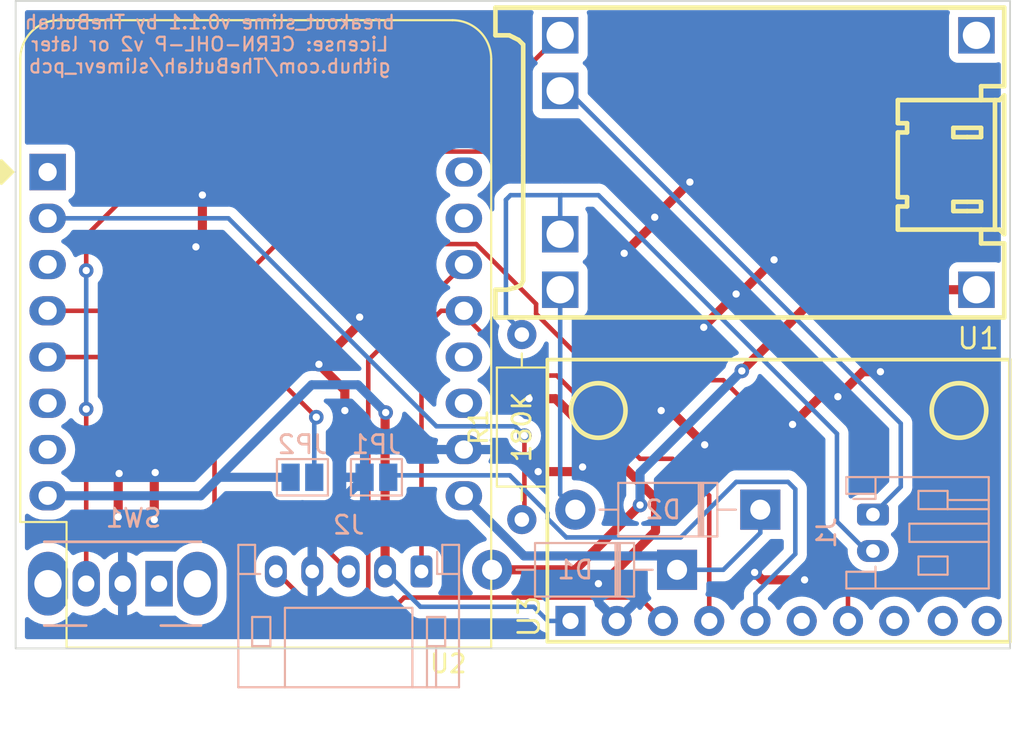
<source format=kicad_pcb>
(kicad_pcb (version 20211014) (generator pcbnew)
  (title_block (title "breakout_slime") (date "2022-03-10") (rev "0.1.1") (company "https://github.com/TheButlah/slimevr_pcb") (comment 1 "Licensed under CERN-OHL-P v2 or later") (comment 2 "For use with SlimeVR and made with <3"))
  (layers (0 "F.Cu" signal) (31 "B.Cu" signal) (34 "B.Paste" user) (35 "F.Paste" user) (36 "B.SilkS" user "B.Silkscreen") (37 "F.SilkS" user "F.Silkscreen") (38 "B.Mask" user) (39 "F.Mask" user) (44 "Edge.Cuts" user))
  (net 0 "")
  (net 1 "/B+")
  (net 2 "/5V")
  (net 3 "Net-(D1-Pad2)")
  (net 4 "Net-(D2-Pad2)")
  (net 5 "/SDA")
  (net 6 "+3V3")
  (net 7 "/INT2")
  (net 8 "GND")
  (net 9 "/SCL")
  (net 10 "Net-(JP1-Pad1)")
  (net 11 "/INT1")
  (net 12 "Net-(R1-Pad1)")
  (net 13 "Net-(SW1-Pad3)")
  (net 24 "Net-(J1-Pad1)")
  (footprint "Resistor_THT:R_Axial_DIN0207_L6.3mm_D2.5mm_P10.16mm_Horizontal" (layer "F.Cu") (at 76.673645 57.293808 90)
    (fp_text reference "R1" (at 5.08 -2.37 90) (layer "F.SilkS"))
    (fp_text value "180K" (at 5.08 0 90) (layer "F.SilkS"))
    (fp_line (start 1.04 0) (end 1.81 0) (layer "F.SilkS") (width 0.12))
    (fp_line (start 8.35 -1.37) (end 1.81 -1.37) (layer "F.SilkS") (width 0.12))
    (fp_line (start 1.81 -1.37) (end 1.81 1.37) (layer "F.SilkS") (width 0.12))
    (fp_line (start 1.81 1.37) (end 8.35 1.37) (layer "F.SilkS") (width 0.12))
    (fp_line (start 9.12 0) (end 8.35 0) (layer "F.SilkS") (width 0.12))
    (fp_line (start 8.35 1.37) (end 8.35 -1.37) (layer "F.SilkS") (width 0.12))
    (pad "1" thru_hole circle (at 0 0 90) (size 1.6 1.6) (drill 0.8) (layers *.Cu *.Mask) (net 12 "Net-(R1-Pad1)"))
    (pad "2" thru_hole oval (at 10.16 0 90) (size 1.6 1.6) (drill 0.8) (layers *.Cu *.Mask) (net 1 "/B+"))
  )
  (footprint "slimevr_pcb:BNO_MPU_ICM_Breakout" (layer "F.Cu") (at 90.78652 56.24252 90)
    (fp_text reference "U3" (at -7.62 -13.716 90) (layer "F.SilkS") (effects (font (size 1.143 1.143) (thickness 0.152)) (justify left)))
    (fp_text value "BNO/MPU_Break")
    (fp_line (start 7.73254 -12.710472) (end 7.73254 12.689528) (layer "F.SilkS") (width 0.203))
    (fp_line (start -7.76146 -12.710472) (end -5.22146 -12.710472) (layer "F.SilkS") (width 0.203))
    (fp_line (start -5.22146 -12.710472) (end 7.73254 -12.710472) (layer "F.SilkS") (width 0.203))
    (fp_line (start 7.73254 12.689528) (end -7.76146 12.689528) (layer "F.SilkS") (width 0.203))
    (fp_line (start -7.76146 12.689528) (end -7.76146 -12.710472) (layer "F.SilkS") (width 0.203))
    (fp_circle (center 4.93854 9.895528) (end 6.43854 9.895528) (layer "F.SilkS") (width 0.254) (fill none))
    (fp_circle (center 4.93854 -9.916472) (end 6.43854 -9.916472) (layer "F.SilkS") (width 0.254) (fill none))
    (pad "" thru_hole circle (at -6.61846 11.419528) (size 1.651 1.651) (drill 0.889) (layers *.Cu *.Paste *.Mask))
    (pad "" thru_hole circle (at -6.61846 9.006528) (size 1.651 1.651) (drill 0.889) (layers *.Cu *.Paste *.Mask))
    (pad "1" thru_hole rect (at -6.61846 -11.440472 90) (size 1.651 1.651) (drill 0.889) (layers *.Cu *.Paste *.Mask) (net 6 "+3V3"))
    (pad "2" thru_hole circle (at -6.61846 -8.900472) (size 1.651 1.651) (drill 0.889) (layers *.Cu *.Paste *.Mask) (net 8 "GND"))
    (pad "3" thru_hole circle (at -6.61846 -6.360472) (size 1.651 1.651) (drill 0.889) (layers *.Cu *.Paste *.Mask) (net 9 "/SCL"))
    (pad "4" thru_hole circle (at -6.61846 -3.820472) (size 1.651 1.651) (drill 0.889) (layers *.Cu *.Paste *.Mask) (net 5 "/SDA"))
    (pad "5" thru_hole circle (at -6.61846 -1.280472) (size 1.651 1.651) (drill 0.889) (layers *.Cu *.Paste *.Mask) (net 10 "Net-(JP1-Pad1)"))
    (pad "6" thru_hole circle (at -6.61846 1.259528) (size 1.651 1.651) (drill 0.889) (layers *.Cu *.Paste *.Mask))
    (pad "7" thru_hole circle (at -6.61846 3.799528) (size 1.651 1.651) (drill 0.889) (layers *.Cu *.Paste *.Mask) (net 11 "/INT1"))
    (pad "8" thru_hole circle (at -6.61846 6.339528) (size 1.651 1.651) (drill 0.889) (layers *.Cu *.Paste *.Mask))
  )
  (footprint "Module:WEMOS_D1_mini_light" (layer "F.Cu") (at 50.63152 38.20852)
    (fp_text reference "U2" (at 22 27) (layer "F.SilkS"))
    (fp_text value "WeMos_D1_mini")
    (fp_line (start 1.04 19.22) (end 1.04 26.12) (layer "F.SilkS") (width 0.12))
    (fp_line (start 1.04 26.12) (end 24.36 26.12) (layer "F.SilkS") (width 0.12))
    (fp_line (start 22.24 -8.34) (end 0.63 -8.34) (layer "F.SilkS") (width 0.12))
    (fp_line (start -1.5 19.22) (end 1.04 19.22) (layer "F.SilkS") (width 0.12))
    (fp_line (start -1.5 19.22) (end -1.5 -6.21) (layer "F.SilkS") (width 0.12))
    (fp_line (start 24.36 26.12) (end 24.36 -6.21) (layer "F.SilkS") (width 0.12))
    (fp_arc (start -1.5 -6.21) (mid -0.876137 -7.716137) (end 0.63 -8.34) (layer "F.SilkS") (width 0.12))
    (fp_arc (start 22.23 -8.34) (mid 23.736137 -7.716137) (end 24.36 -6.21) (layer "F.SilkS") (width 0.12))
    (fp_poly (pts (xy -2.54 -0.635) (xy -2.54 0.635) (xy -1.905 0)) (layer "F.SilkS") (width 0.15) (fill solid))
    (pad "1" thru_hole rect (at 0 0) (size 2 2) (drill 1) (layers *.Cu *.Mask))
    (pad "2" thru_hole oval (at 0 2.54) (size 2 1.6) (drill 1) (layers *.Cu *.Mask) (net 12 "Net-(R1-Pad1)"))
    (pad "3" thru_hole oval (at 0 5.08) (size 2 1.6) (drill 1) (layers *.Cu *.Mask))
    (pad "4" thru_hole oval (at 0 7.62) (size 2 1.6) (drill 1) (layers *.Cu *.Mask) (net 11 "/INT1"))
    (pad "5" thru_hole oval (at 0 10.16) (size 2 1.6) (drill 1) (layers *.Cu *.Mask) (net 7 "/INT2"))
    (pad "6" thru_hole oval (at 0 12.7) (size 2 1.6) (drill 1) (layers *.Cu *.Mask))
    (pad "7" thru_hole oval (at 0 15.24) (size 2 1.6) (drill 1) (layers *.Cu *.Mask))
    (pad "8" thru_hole oval (at 0 17.78) (size 2 1.6) (drill 1) (layers *.Cu *.Mask) (net 6 "+3V3"))
    (pad "9" thru_hole oval (at 22.86 17.78) (size 2 1.6) (drill 1) (layers *.Cu *.Mask) (net 2 "/5V"))
    (pad "10" thru_hole oval (at 22.86 15.24) (size 2 1.6) (drill 1) (layers *.Cu *.Mask) (net 8 "GND"))
    (pad "11" thru_hole oval (at 22.86 12.7) (size 2 1.6) (drill 1) (layers *.Cu *.Mask))
    (pad "12" thru_hole oval (at 22.86 10.16) (size 2 1.6) (drill 1) (layers *.Cu *.Mask))
    (pad "13" thru_hole oval (at 22.86 7.62) (size 2 1.6) (drill 1) (layers *.Cu *.Mask) (net 5 "/SDA"))
    (pad "14" thru_hole oval (at 22.86 5.08) (size 2 1.6) (drill 1) (layers *.Cu *.Mask) (net 9 "/SCL"))
    (pad "15" thru_hole oval (at 22.86 2.54) (size 2 1.6) (drill 1) (layers *.Cu *.Mask))
    (pad "16" thru_hole oval (at 22.86 0) (size 2 1.6) (drill 1) (layers *.Cu *.Mask))
  )
  (footprint "slimevr_pcb:TP4056_Breakout" (layer "F.Cu") (at 89.26252 37.70052 180)
    (fp_text reference "U1" (at -13.716 -9.652) (layer "F.SilkS") (effects (font (size 1.143 1.143) (thickness 0.152)) (justify right)))
    (fp_text value "TP4056_Breakout")
    (fp_line (start -12.632506 -4.43007) (end -12.632506 -3.66807) (layer "F.SilkS") (width 0.254))
    (fp_line (start -12.632506 1.41193) (end -12.632506 1.91993) (layer "F.SilkS") (width 0.254))
    (fp_line (start -13.648506 -3.66807) (end -8.060506 -3.66807) (layer "F.SilkS") (width 0.254))
    (fp_line (start -11.870506 1.41193) (end -12.632506 1.41193) (layer "F.SilkS") (width 0.254))
    (fp_line (start -8.568506 1.66593) (end -8.568506 2.17393) (layer "F.SilkS") (width 0.254))
    (fp_line (start -11.870506 -2.65207) (end -11.108506 -2.65207) (layer "F.SilkS") (width 0.254))
    (fp_line (start -12.632506 1.91993) (end -11.108506 1.91993) (layer "F.SilkS") (width 0.254))
    (fp_line (start -11.108506 -2.14407) (end -11.870506 -2.14407) (layer "F.SilkS") (width 0.254))
    (fp_line (start 12.513494 6.49193) (end 12.513494 0.39593) (layer "F.SilkS") (width 0.254))
    (fp_line (start -11.870506 -2.14407) (end -12.632506 -2.14407) (layer "F.SilkS") (width 0.254))
    (fp_line (start 12.767494 6.74593) (end 12.513494 6.49193) (layer "F.SilkS") (width 0.254))
    (fp_line (start 13.402494 -6.97007) (end 14.037494 -6.97007) (layer "F.SilkS") (width 0.254))
    (fp_line (start -13.902506 -4.43007) (end -12.632506 -4.43007) (layer "F.SilkS") (width 0.254))
    (fp_line (start 14.037494 -8.49407) (end -13.902506 -8.49407) (layer "F.SilkS") (width 0.254))
    (fp_line (start -8.060506 -3.66807) (end -8.060506 -2.39807) (layer "F.SilkS") (width 0.254))
    (fp_line (start -8.060506 3.44393) (end -13.648506 3.44393) (layer "F.SilkS") (width 0.254))
    (fp_line (start -13.902506 -8.49407) (end -13.902506 -4.43007) (layer "F.SilkS") (width 0.254))
    (fp_line (start -11.108506 1.41193) (end -11.870506 1.41193) (layer "F.SilkS") (width 0.254))
    (fp_line (start -12.632506 3.44393) (end -12.632506 4.20593) (layer "F.SilkS") (width 0.254))
    (fp_line (start -8.568506 -1.89007) (end -8.060506 -1.89007) (layer "F.SilkS") (width 0.254))
    (fp_line (start -8.568506 -2.39807) (end -8.568506 -1.89007) (layer "F.SilkS") (width 0.254))
    (fp_line (start -8.060506 2.17393) (end -8.060506 3.44393) (layer "F.SilkS") (width 0.254))
    (fp_line (start -13.648506 3.44393) (end -13.902506 3.69793) (layer "F.SilkS") (width 0.254))
    (fp_line (start 12.640494 -6.71607) (end 12.894494 -6.84307) (layer "F.SilkS") (width 0.254))
    (fp_line (start 12.513494 -6.46207) (end 12.640494 -6.71607) (layer "F.SilkS") (width 0.254))
    (fp_line (start -8.060506 -2.39807) (end -8.568506 -2.39807) (layer "F.SilkS") (width 0.254))
    (fp_line (start 14.037494 -6.97007) (end 14.037494 -8.49407) (layer "F.SilkS") (width 0.254))
    (fp_line (start -12.632506 4.20593) (end -13.902506 4.20593) (layer "F.SilkS") (width 0.254))
    (fp_line (start 12.513494 0.39593) (end 12.513494 -5.95407) (layer "F.SilkS") (width 0.254))
    (fp_line (start -12.632506 -2.65207) (end -11.870506 -2.65207) (layer "F.SilkS") (width 0.254))
    (fp_line (start 14.037494 8.52393) (end 14.037494 6.99993) (layer "F.SilkS") (width 0.254))
    (fp_line (start -13.902506 3.69793) (end -13.902506 -3.92207) (layer "F.SilkS") (width 0.254))
    (fp_line (start 14.037494 6.99993) (end 13.275494 6.99993) (layer "F.SilkS") (width 0.254))
    (fp_line (start -13.902506 4.20593) (end -13.902506 8.52393) (layer "F.SilkS") (width 0.254))
    (fp_line (start -12.632506 -2.14407) (end -12.632506 -2.65207) (layer "F.SilkS") (width 0.254))
    (fp_line (start 12.513494 -5.95407) (end 12.513494 -6.46207) (layer "F.SilkS") (width 0.254))
    (fp_line (start 13.021494 6.87293) (end 12.767494 6.74593) (layer "F.SilkS") (width 0.254))
    (fp_line (start -13.902506 -3.92207) (end -13.648506 -3.66807) (layer "F.SilkS") (width 0.254))
    (fp_line (start -8.060506 1.66593) (end -8.568506 1.66593) (layer "F.SilkS") (width 0.254))
    (fp_line (start -8.060506 -1.89007) (end -8.060506 1.66593) (layer "F.SilkS") (width 0.254))
    (fp_line (start 13.275494 6.99993) (end 13.021494 6.87293) (layer "F.SilkS") (width 0.254))
    (fp_line (start -11.108506 -2.65207) (end -11.108506 -2.14407) (layer "F.SilkS") (width 0.254))
    (fp_line (start -13.394506 -3.66807) (end -13.394506 3.44393) (layer "F.SilkS") (width 0.254))
    (fp_line (start -13.902506 8.52393) (end 14.037494 8.52393) (layer "F.SilkS") (width 0.254))
    (fp_line (start 12.894494 -6.84307) (end 13.402494 -6.97007) (layer "F.SilkS") (width 0.254))
    (fp_line (start -8.568506 2.17393) (end -8.060506 2.17393) (layer "F.SilkS") (width 0.254))
    (fp_line (start -11.108506 1.91993) (end -11.108506 1.41193) (layer "F.SilkS") (width 0.254))
    (pad "1" thru_hole rect (at -12.378506 -6.97007 180) (size 2 2) (drill 1.5) (layers *.Cu *.Paste *.Mask) (net 3 "Net-(D1-Pad2)"))
    (pad "2" thru_hole rect (at -12.378506 6.99993 180) (size 2 2) (drill 1.5) (layers *.Cu *.Paste *.Mask))
    (pad "3" thru_hole rect (at 10.481494 6.99993 180) (size 2 2) (drill 1.5) (layers *.Cu *.Paste *.Mask) (net 13 "Net-(SW1-Pad3)"))
    (pad "4" thru_hole rect (at 10.481494 3.95193 180) (size 2 2) (drill 1.5) (layers *.Cu *.Paste *.Mask) (net 24 "Net-(J1-Pad1)"))
    (pad "5" thru_hole rect (at 10.481494 -3.92207 180) (size 2 2) (drill 1.5) (layers *.Cu *.Paste *.Mask) (net 1 "/B+"))
    (pad "6" thru_hole rect (at 10.481494 -6.97007 180) (size 2 2) (drill 1.5) (layers *.Cu *.Paste *.Mask) (net 4 "Net-(D2-Pad2)"))
  )
  (footprint "Diode_THT:D_DO-41_SOD81_P10.16mm_Horizontal" (layer "B.Cu") (at 89.77052 56.75052 180)
    (fp_text reference "D2" (at 5.334 0) (layer "B.SilkS") (effects (justify mirror)))
    (fp_text value "1N5817")
    (fp_line (start 3.38 1.47) (end 3.38 -1.47) (layer "B.SilkS") (width 0.12))
    (fp_line (start 7.8 1.47) (end 2.36 1.47) (layer "B.SilkS") (width 0.12))
    (fp_line (start 3.26 1.47) (end 3.26 -1.47) (layer "B.SilkS") (width 0.12))
    (fp_line (start 1.34 0) (end 2.36 0) (layer "B.SilkS") (width 0.12))
    (fp_line (start 8.82 0) (end 7.8 0) (layer "B.SilkS") (width 0.12))
    (fp_line (start 7.8 -1.47) (end 7.8 1.47) (layer "B.SilkS") (width 0.12))
    (fp_line (start 3.14 1.47) (end 3.14 -1.47) (layer "B.SilkS") (width 0.12))
    (fp_line (start 2.36 1.47) (end 2.36 -1.47) (layer "B.SilkS") (width 0.12))
    (fp_line (start 2.36 -1.47) (end 7.8 -1.47) (layer "B.SilkS") (width 0.12))
    (pad "1" thru_hole rect (at 0 0 180) (size 2.2 2.2) (drill 1.1) (layers *.Cu *.Mask) (net 2 "/5V"))
    (pad "2" thru_hole oval (at 10.16 0 180) (size 2.2 2.2) (drill 1.1) (layers *.Cu *.Mask) (net 4 "Net-(D2-Pad2)"))
  )
  (footprint "Jumper:SolderJumper-2_P1.3mm_Open_Pad1.0x1.5mm" (layer "B.Cu") (at 64.62452 54.97252 180)
    (fp_text reference "JP2" (at 0 1.8) (layer "B.SilkS") (effects (justify mirror)))
    (fp_text value "AD0_MPU_JP")
    (fp_line (start 1.4 -1) (end -1.4 -1) (layer "B.SilkS") (width 0.12))
    (fp_line (start -1.4 1) (end 1.4 1) (layer "B.SilkS") (width 0.12))
    (fp_line (start -1.4 -1) (end -1.4 1) (layer "B.SilkS") (width 0.12))
    (fp_line (start 1.4 1) (end 1.4 -1) (layer "B.SilkS") (width 0.12))
    (pad "1" smd rect (at -0.65 0 180) (size 1 1.5) (layers "B.Cu" "B.Mask") (net 11 "/INT1"))
    (pad "2" smd rect (at 0.65 0 180) (size 1 1.5) (layers "B.Cu" "B.Mask") (net 6 "+3V3"))
  )
  (footprint "Jumper:SolderJumper-2_P1.3mm_Open_Pad1.0x1.5mm" (layer "B.Cu") (at 68.68852 54.97252 180)
    (fp_text reference "JP1" (at 0 1.8) (layer "B.SilkS") (effects (justify mirror)))
    (fp_text value "AD0_BNO_JP")
    (fp_line (start -1.4 1) (end 1.4 1) (layer "B.SilkS") (width 0.12))
    (fp_line (start 1.4 1) (end 1.4 -1) (layer "B.SilkS") (width 0.12))
    (fp_line (start 1.4 -1) (end -1.4 -1) (layer "B.SilkS") (width 0.12))
    (fp_line (start -1.4 -1) (end -1.4 1) (layer "B.SilkS") (width 0.12))
    (pad "1" smd rect (at -0.65 0 180) (size 1 1.5) (layers "B.Cu" "B.Mask") (net 10 "Net-(JP1-Pad1)"))
    (pad "2" smd rect (at 0.65 0 180) (size 1 1.5) (layers "B.Cu" "B.Mask") (net 8 "GND"))
  )
  (footprint "Connector_JST:JST_PH_S5B-PH-K_1x05_P2.00mm_Horizontal" (layer "B.Cu") (at 71.16452 60.14252 180)
    (fp_text reference "J2" (at 4 2.55) (layer "B.SilkS") (effects (justify mirror)))
    (fp_text value "IMU_Conn_Female")
    (fp_line (start -0.8 -4.1) (end -0.8 -6.36) (layer "B.SilkS") (width 0.12))
    (fp_line (start -1.14 -0.14) (end -1.14 1.46) (layer "B.SilkS") (width 0.12))
    (fp_line (start -0.3 -2.5) (end -1.3 -2.5) (layer "B.SilkS") (width 0.12))
    (fp_line (start 7.5 -2) (end 7.5 -6.36) (layer "B.SilkS") (width 0.12))
    (fp_line (start -2.06 -0.14) (end -1.14 -0.14) (layer "B.SilkS") (width 0.12))
    (fp_line (start -0.3 -4.1) (end -0.3 -6.36) (layer "B.SilkS") (width 0.12))
    (fp_line (start 10.06 -6.36) (end 10.06 1.46) (layer "B.SilkS") (width 0.12))
    (fp_line (start 10.06 -0.14) (end 9.14 -0.14) (layer "B.SilkS") (width 0.12))
    (fp_line (start 8.3 -4.1) (end 8.3 -2.5) (layer "B.SilkS") (width 0.12))
    (fp_line (start 0.5 -2) (end 7.5 -2) (layer "B.SilkS") (width 0.12))
    (fp_line (start 9.14 -0.14) (end 8.86 -0.14) (layer "B.SilkS") (width 0.12))
    (fp_line (start 8.3 -2.5) (end 9.3 -2.5) (layer "B.SilkS") (width 0.12))
    (fp_line (start 9.3 -4.1) (end 8.3 -4.1) (layer "B.SilkS") (width 0.12))
    (fp_line (start -1.3 -2.5) (end -1.3 -4.1) (layer "B.SilkS") (width 0.12))
    (fp_line (start 9.14 1.46) (end 9.14 -0.14) (layer "B.SilkS") (width 0.12))
    (fp_line (start -0.86 -0.14) (end -0.86 1.075) (layer "B.SilkS") (width 0.12))
    (fp_line (start -2.06 1.46) (end -2.06 -6.36) (layer "B.SilkS") (width 0.12))
    (fp_line (start -1.3 -4.1) (end -0.3 -4.1) (layer "B.SilkS") (width 0.12))
    (fp_line (start -2.06 -6.36) (end 10.06 -6.36) (layer "B.SilkS") (width 0.12))
    (fp_line (start -1.14 1.46) (end -2.06 1.46) (layer "B.SilkS") (width 0.12))
    (fp_line (start 0.5 -6.36) (end 0.5 -2) (layer "B.SilkS") (width 0.12))
    (fp_line (start 10.06 1.46) (end 9.14 1.46) (layer "B.SilkS") (width 0.12))
    (fp_line (start 9.3 -2.5) (end 9.3 -4.1) (layer "B.SilkS") (width 0.12))
    (fp_line (start -0.3 -4.1) (end -0.3 -2.5) (layer "B.SilkS") (width 0.12))
    (fp_line (start -0.86 -0.14) (end -1.14 -0.14) (layer "B.SilkS") (width 0.12))
    (pad "1" thru_hole roundrect (at 0 0 180) (size 1.2 1.75) (drill 0.75) (layers *.Cu *.Mask) (roundrect_rratio 0.208333) (net 5 "/SDA"))
    (pad "2" thru_hole oval (at 2 0 180) (size 1.2 1.75) (drill 0.75) (layers *.Cu *.Mask) (net 6 "+3V3"))
    (pad "3" thru_hole oval (at 4 0 180) (size 1.2 1.75) (drill 0.75) (layers *.Cu *.Mask) (net 7 "/INT2"))
    (pad "4" thru_hole oval (at 6 0 180) (size 1.2 1.75) (drill 0.75) (layers *.Cu *.Mask) (net 8 "GND"))
    (pad "5" thru_hole oval (at 8 0 180) (size 1.2 1.75) (drill 0.75) (layers *.Cu *.Mask) (net 9 "/SCL"))
  )
  (footprint "Diode_THT:D_DO-41_SOD81_P10.16mm_Horizontal" (layer "B.Cu") (at 85.19852 60.05252 180)
    (fp_text reference "D1" (at 5.588 0) (layer "B.SilkS") (effects (justify mirror)))
    (fp_text value "1N5817")
    (fp_line (start 7.8 -1.47) (end 7.8 1.47) (layer "B.SilkS") (width 0.12))
    (fp_line (start 3.38 1.47) (end 3.38 -1.47) (layer "B.SilkS") (width 0.12))
    (fp_line (start 7.8 1.47) (end 2.36 1.47) (layer "B.SilkS") (width 0.12))
    (fp_line (start 3.26 1.47) (end 3.26 -1.47) (layer "B.SilkS") (width 0.12))
    (fp_line (start 8.82 0) (end 7.8 0) (layer "B.SilkS") (width 0.12))
    (fp_line (start 2.36 -1.47) (end 7.8 -1.47) (layer "B.SilkS") (width 0.12))
    (fp_line (start 3.14 1.47) (end 3.14 -1.47) (layer "B.SilkS") (width 0.12))
    (fp_line (start 2.36 1.47) (end 2.36 -1.47) (layer "B.SilkS") (width 0.12))
    (fp_line (start 1.34 0) (end 2.36 0) (layer "B.SilkS") (width 0.12))
    (pad "1" thru_hole rect (at 0 0 180) (size 2.2 2.2) (drill 1.1) (layers *.Cu *.Mask) (net 2 "/5V"))
    (pad "2" thru_hole oval (at 10.16 0 180) (size 2.2 2.2) (drill 1.1) (layers *.Cu *.Mask) (net 3 "Net-(D1-Pad2)"))
  )
  (footprint "Button_Switch_THT:SW_CuK_OS102011MA1QN1_SPDT_Angled" (layer "B.Cu") (at 56.75052 60.81452 180)
    (fp_text reference "SW1" (at 1.4 3.6) (layer "B.SilkS") (effects (justify mirror)))
    (fp_text value "SW_SPDT")
    (fp_line (start -2.3 2.3) (end 6.3 2.3) (layer "B.SilkS") (width 0.15))
    (fp_line (start 4 -2.3) (end 6.3 -2.3) (layer "B.SilkS") (width 0.15))
    (fp_line (start -2.3 -2.3) (end -0.1 -2.3) (layer "B.SilkS") (width 0.15))
    (pad "" thru_hole oval (at -2.1 0 180) (size 2.2 3.5) (drill 1.5) (layers *.Cu *.Mask))
    (pad "" thru_hole oval (at 6.1 0 180) (size 2.2 3.5) (drill 1.5) (layers *.Cu *.Mask))
    (pad "1" thru_hole rect (at 0 0 180) (size 1.5 2.5) (drill 0.9) (layers *.Cu *.Mask))
    (pad "2" thru_hole oval (at 2 0 180) (size 1.5 2.5) (drill 0.9) (layers *.Cu *.Mask) (net 8 "GND"))
    (pad "3" thru_hole oval (at 4 0 180) (size 1.5 2.5) (drill 0.9) (layers *.Cu *.Mask) (net 13 "Net-(SW1-Pad3)"))
  )
  (footprint "Connector_JST:JST_PH_S2B-PH-K_1x02_P2.00mm_Horizontal" (layer "B.Cu") (at 95.95652 57.02052 -90)
    (fp_text reference "J1" (at 1 2.55 90) (layer "B.SilkS") (effects (justify mirror)))
    (fp_text value "Battery_Connector")
    (fp_line (start -2.06 -0.14) (end -1.14 -0.14) (layer "B.SilkS") (width 0.12))
    (fp_line (start -1.14 -0.14) (end -1.14 1.46) (layer "B.SilkS") (width 0.12))
    (fp_line (start -0.3 -2.5) (end -1.3 -2.5) (layer "B.SilkS") (width 0.12))
    (fp_line (start 0.5 -6.36) (end 0.5 -2) (layer "B.SilkS") (width 0.12))
    (fp_line (start -1.3 -4.1) (end -0.3 -4.1) (layer "B.SilkS") (width 0.12))
    (fp_line (start -0.3 -4.1) (end -0.3 -2.5) (layer "B.SilkS") (width 0.12))
    (fp_line (start 4.06 1.46) (end 3.14 1.46) (layer "B.SilkS") (width 0.12))
    (fp_line (start -0.86 -0.14) (end -0.86 1.075) (layer "B.SilkS") (width 0.12))
    (fp_line (start 4.06 -6.36) (end 4.06 1.46) (layer "B.SilkS") (width 0.12))
    (fp_line (start -1.14 1.46) (end -2.06 1.46) (layer "B.SilkS") (width 0.12))
    (fp_line (start -0.86 -0.14) (end -1.14 -0.14) (layer "B.SilkS") (width 0.12))
    (fp_line (start -2.06 -6.36) (end 4.06 -6.36) (layer "B.SilkS") (width 0.12))
    (fp_line (start 3.14 1.46) (end 3.14 -0.14) (layer "B.SilkS") (width 0.12))
    (fp_line (start 2.3 -4.1) (end 2.3 -2.5) (layer "B.SilkS") (width 0.12))
    (fp_line (start 2.3 -2.5) (end 3.3 -2.5) (layer "B.SilkS") (width 0.12))
    (fp_line (start -2.06 1.46) (end -2.06 -6.36) (layer "B.SilkS") (width 0.12))
    (fp_line (start 4.06 -0.14) (end 3.14 -0.14) (layer "B.SilkS") (width 0.12))
    (fp_line (start 0.5 -2) (end 1.5 -2) (layer "B.SilkS") (width 0.12))
    (fp_line (start 1.5 -2) (end 1.5 -6.36) (layer "B.SilkS") (width 0.12))
    (fp_line (start -1.3 -2.5) (end -1.3 -4.1) (layer "B.SilkS") (width 0.12))
    (fp_line (start -0.8 -4.1) (end -0.8 -6.36) (layer "B.SilkS") (width 0.12))
    (fp_line (start 3.14 -0.14) (end 2.86 -0.14) (layer "B.SilkS") (width 0.12))
    (fp_line (start 3.3 -2.5) (end 3.3 -4.1) (layer "B.SilkS") (width 0.12))
    (fp_line (start 3.3 -4.1) (end 2.3 -4.1) (layer "B.SilkS") (width 0.12))
    (fp_line (start -0.3 -4.1) (end -0.3 -6.36) (layer "B.SilkS") (width 0.12))
    (pad "1" thru_hole roundrect (at 0 0 270) (size 1.2 1.75) (drill 0.75) (layers *.Cu *.Mask) (roundrect_rratio 0.2083333333) (net 24 "Net-(J1-Pad1)"))
    (pad "2" thru_hole oval (at 2 0 270) (size 1.2 1.75) (drill 0.75) (layers *.Cu *.Mask) (net 1 "/B+"))
  )
  (gr_rect (start 103.48652 28.81052) (end 48.87652 64.37052) (layer "Edge.Cuts") (width 0.1) (fill none))
  (gr_text "breakout_slime v0.1.1 by TheButlah\nLicense: CERN-OHL-P v2 or later\ngithub.com/TheButlah/slimevr_pcb\n" (at 59.5376 31.1912) (layer "B.SilkS") (effects (font (size 0.75 0.75) (thickness 0.125)) (justify mirror)))
  (segment (start 78.84852 39.47852) (end 76.05452 39.47852) (width 0.25) (layer "B.Cu") (net 1))
  (segment (start 78.781026 39.546014) (end 78.84852 39.47852) (width 0.25) (layer "B.Cu") (net 1))
  (segment (start 93.98 57.404) (end 95.59652 59.02052) (width 0.25) (layer "B.Cu") (net 1))
  (segment (start 78.781026 41.62259) (end 78.781026 39.546014) (width 0.25) (layer "B.Cu") (net 1))
  (segment (start 78.84852 39.47852) (end 80.88052 39.47852) (width 0.25) (layer "B.Cu") (net 1))
  (segment (start 75.80052 46.08252) (end 76.81652 47.09852) (width 0.25) (layer "B.Cu") (net 1))
  (segment (start 93.98 52.578) (end 93.98 57.404) (width 0.25) (layer "B.Cu") (net 1))
  (segment (start 80.88052 39.47852) (end 93.98 52.578) (width 0.25) (layer "B.Cu") (net 1))
  (segment (start 76.05452 39.47852) (end 75.80052 39.73252) (width 0.25) (layer "B.Cu") (net 1))
  (segment (start 75.80052 39.73252) (end 75.80052 46.08252) (width 0.25) (layer "B.Cu") (net 1))
  (segment (start 89.77052 56.75052) (end 89.77052 58.02052) (width 0.25) (layer "B.Cu") (net 2))
  (segment (start 73.49152 55.98852) (end 76.79352 59.29052) (width 0.5) (layer "B.Cu") (net 2))
  (segment (start 89.77052 58.02052) (end 87.73852 60.05252) (width 0.25) (layer "B.Cu") (net 2))
  (segment (start 87.73852 60.05252) (end 85.19852 60.05252) (width 0.25) (layer "B.Cu") (net 2))
  (segment (start 76.79352 59.29052) (end 84.43652 59.29052) (width 0.5) (layer "B.Cu") (net 2))
  (segment (start 93.21445 44.67059) (end 88.75452 49.13052) (width 0.5) (layer "F.Cu") (net 3))
  (segment (start 101.641026 44.67059) (end 93.21445 44.67059) (width 0.5) (layer "F.Cu") (net 3))
  (segment (start 83.16652 56.49652) (end 79.61052 60.05252) (width 0.5) (layer "F.Cu") (net 3))
  (segment (start 79.61052 60.05252) (end 75.03852 60.05252) (width 0.5) (layer "F.Cu") (net 3))
  (via (at 88.75452 49.13052) (size 0.8) (drill 0.4) (layers "F.Cu" "B.Cu") (net 3))
  (via (at 83.16652 56.49652) (size 0.8) (drill 0.4) (layers "F.Cu" "B.Cu") (net 3))
  (segment (start 88.75452 49.13052) (end 83.16652 54.71852) (width 0.5) (layer "B.Cu") (net 3))
  (segment (start 83.16652 54.71852) (end 83.16652 56.49652) (width 0.5) (layer "B.Cu") (net 3))
  (segment (start 78.781026 55.921026) (end 79.61052 56.75052) (width 0.25) (layer "B.Cu") (net 4))
  (segment (start 78.781026 44.67059) (end 78.781026 55.921026) (width 0.25) (layer "B.Cu") (net 4))
  (segment (start 76.81652 49.38452) (end 78.59452 49.38452) (width 0.25) (layer "F.Cu") (net 5))
  (segment (start 72.24452 45.82852) (end 73.49152 45.82852) (width 0.25) (layer "F.Cu") (net 5))
  (segment (start 84.94452 53.95652) (end 86.966048 55.978048) (width 0.25) (layer "F.Cu") (net 5))
  (segment (start 71.16452 46.90852) (end 72.24452 45.82852) (width 0.25) (layer "F.Cu") (net 5))
  (segment (start 86.966048 55.978048) (end 86.966048 62.86098) (width 0.25) (layer "F.Cu") (net 5))
  (segment (start 71.16452 60.14252) (end 71.16452 46.90852) (width 0.25) (layer "F.Cu") (net 5))
  (segment (start 78.59452 49.38452) (end 83.16652 53.95652) (width 0.25) (layer "F.Cu") (net 5))
  (segment (start 73.49152 46.05952) (end 76.81652 49.38452) (width 0.25) (layer "F.Cu") (net 5))
  (segment (start 83.16652 53.95652) (end 84.94452 53.95652) (width 0.25) (layer "F.Cu") (net 5))
  (segment (start 69.16452 51.44852) (end 69.16452 60.14252) (width 0.5) (layer "F.Cu") (net 6))
  (segment (start 69.19652 51.41652) (end 69.16452 51.44852) (width 0.5) (layer "F.Cu") (net 6))
  (via (at 69.19652 51.41652) (size 0.8) (drill 0.4) (layers "F.Cu" "B.Cu") (net 6))
  (segment (start 60.05252 54.97252) (end 65.13252 49.89252) (width 0.5) (layer "B.Cu") (net 6))
  (segment (start 65.13252 49.89252) (end 67.67252 49.89252) (width 0.5) (layer "B.Cu") (net 6))
  (segment (start 71.10652 62.08452) (end 77.32452 62.08452) (width 0.25) (layer "B.Cu") (net 6))
  (segment (start 78.10098 62.86098) (end 79.346048 62.86098) (width 0.25) (layer "B.Cu") (net 6))
  (segment (start 59.03652 55.98852) (end 60.05252 54.97252) (width 0.5) (layer "B.Cu") (net 6))
  (segment (start 67.67252 49.89252) (end 69.19652 51.41652) (width 0.5) (layer "B.Cu") (net 6))
  (segment (start 69.16452 60.14252) (end 71.10652 62.08452) (width 0.25) (layer "B.Cu") (net 6))
  (segment (start 50.63152 55.98852) (end 59.03652 55.98852) (width 0.5) (layer "B.Cu") (net 6))
  (segment (start 60.05252 54.97252) (end 63.97452 54.97252) (width 0.5) (layer "B.Cu") (net 6))
  (segment (start 77.32452 62.08452) (end 78.10098 62.86098) (width 0.25) (layer "B.Cu") (net 6))
  (segment (start 50.63152 48.36852) (end 57.00452 48.36852) (width 0.25) (layer "F.Cu") (net 7))
  (segment (start 59.79852 51.16252) (end 59.79852 57.00452) (width 0.25) (layer "F.Cu") (net 7))
  (segment (start 57.00452 48.36852) (end 59.79852 51.16252) (width 0.25) (layer "F.Cu") (net 7))
  (segment (start 59.79852 57.00452) (end 61.06852 58.27452) (width 0.25) (layer "F.Cu") (net 7))
  (segment (start 67.16452 60.14252) (end 65.29652 58.27452) (width 0.25) (layer "F.Cu") (net 7))
  (segment (start 61.06852 58.27452) (end 65.29652 58.27452) (width 0.25) (layer "F.Cu") (net 7))
  (segment (start 94.0308 50.546) (end 93.0656 50.546) (width 0.5) (layer "F.Cu") (net 8))
  (segment (start 77.5716 54.6608) (end 79.756 54.6608) (width 0.5) (layer "F.Cu") (net 8))
  (segment (start 86.6648 46.6852) (end 86.6648 46.736) (width 0.5) (layer "F.Cu") (net 8))
  (segment (start 56.4896 57.3024) (end 56.4896 54.7624) (width 0.5) (layer "F.Cu") (net 8))
  (segment (start 84.016031 57.933009) (end 81.13452 60.81452) (width 0.5) (layer "F.Cu") (net 8))
  (segment (start 84.836 51.308) (end 86.7156 53.1876) (width 0.5) (layer "F.Cu") (net 8))
  (segment (start 81.13452 60.81452) (end 80.88052 60.81452) (width 0.5) (layer "F.Cu") (net 8))
  (segment (start 95.4024 49.1744) (end 94.0308 50.546) (width 0.5) (layer "F.Cu") (net 8))
  (segment (start 66.9544 51.308) (end 66.9544 50.1904) (width 0.5) (layer "F.Cu") (net 8))
  (segment (start 65.532 48.768) (end 67.7672 46.5328) (width 0.5) (layer "F.Cu") (net 8))
  (segment (start 93.0656 50.546) (end 91.5416 52.07) (width 0.5) (layer "F.Cu") (net 8))
  (segment (start 67.7672 46.5328) (end 67.7672 46.1772) (width 0.5) (layer "F.Cu") (net 8))
  (segment (start 83.9724 40.6908) (end 83.9724 40.9956) (width 0.5) (layer "F.Cu") (net 8))
  (segment (start 83.9724 40.9956) (end 82.296 42.672) (width 0.5) (layer "F.Cu") (net 8))
  (segment (start 88.646 44.9072) (end 90.5256 43.0276) (width 0.5) (layer "F.Cu") (net 8))
  (segment (start 96.3676 49.1744) (end 95.4024 49.1744) (width 0.5) (layer "F.Cu") (net 8))
  (segment (start 88.4428 44.9072) (end 86.6648 46.6852) (width 0.5) (layer "F.Cu") (net 8))
  (segment (start 78.525911 50.65452) (end 84.016031 56.14464) (width 0.5) (layer "F.Cu") (net 8))
  (segment (start 84.328 51.308) (end 84.836 51.308) (width 0.5) (layer "F.Cu") (net 8))
  (segment (start 88.4428 44.9072) (end 88.646 44.9072) (width 0.5) (layer "F.Cu") (net 8))
  (segment (start 79.756 54.6608) (end 80.01 54.4068) (width 0.5) (layer "F.Cu") (net 8))
  (segment (start 54.5084 57.15) (end 54.5084 54.8132) (width 0.5) (layer "F.Cu") (net 8))
  (segment (start 77.07052 50.65452) (end 78.525911 50.65452) (width 0.5) (layer "F.Cu") (net 8))
  (segment (start 83.9724 40.6908) (end 85.9028 38.7604) (width 0.5) (layer "F.Cu") (net 8))
  (segment (start 89.8652 60.6044) (end 89.4588 60.198) (width 0.5) (layer "F.Cu") (net 8))
  (segment (start 59.1312 41.9608) (end 58.7756 42.3164) (width 0.5) (layer "F.Cu") (net 8))
  (segment (start 66.9544 50.1904) (end 65.532 48.768) (width 0.5) (layer "F.Cu") (net 8))
  (segment (start 84.016031 56.14464) (end 84.016031 57.933009) (width 0.5) (layer "F.Cu") (net 8))
  (segment (start 92.202 60.6044) (end 89.8652 60.6044) (width 0.5) (layer "F.Cu") (net 8))
  (segment (start 54.5084 54.8132) (end 54.5592 54.7624) (width 0.5) (layer "F.Cu") (net 8))
  (segment (start 59.1312 39.4716) (end 59.1312 41.9608) (width 0.5) (layer "F.Cu") (net 8))
  (segment (start 56.4896 54.7624) (end 56.5404 54.7116) (width 0.5) (layer "F.Cu") (net 8))
  (via (at 96.3676 49.1744) (size 0.8) (drill 0.4) (layers "F.Cu" "B.Cu") (net 8))
  (via (at 56.4896 57.3024) (size 0.8) (drill 0.4) (layers "F.Cu" "B.Cu") (net 8))
  (via (at 88.4428 44.9072) (size 0.8) (drill 0.4) (layers "F.Cu" "B.Cu") (net 8))
  (via (at 89.4588 60.198) (size 0.8) (drill 0.4) (layers "F.Cu" "B.Cu") (net 8))
  (via (at 80.01 54.4068) (size 0.8) (drill 0.4) (layers "F.Cu" "B.Cu") (net 8))
  (via (at 84.328 51.308) (size 0.8) (drill 0.4) (layers "F.Cu" "B.Cu") (net 8))
  (via (at 80.88052 60.81452) (size 0.8) (drill 0.4) (layers "F.Cu" "B.Cu") (net 8))
  (via (at 82.296 42.672) (size 0.8) (drill 0.4) (layers "F.Cu" "B.Cu") (net 8))
  (via (at 77.07052 50.65452) (size 0.8) (drill 0.4) (layers "F.Cu" "B.Cu") (net 8))
  (via (at 67.7672 46.1772) (size 0.8) (drill 0.4) (layers "F.Cu" "B.Cu") (net 8))
  (via (at 77.5716 54.6608) (size 0.8) (drill 0.4) (layers "F.Cu" "B.Cu") (net 8))
  (via (at 56.5404 54.7116) (size 0.8) (drill 0.4) (layers "F.Cu" "B.Cu") (net 8))
  (via (at 83.9724 40.6908) (size 0.8) (drill 0.4) (layers "F.Cu" "B.Cu") (net 8))
  (via (at 92.202 60.6044) (size 0.8) (drill 0.4) (layers "F.Cu" "B.Cu") (net 8))
  (via (at 54.5592 54.7624) (size 0.8) (drill 0.4) (layers "F.Cu" "B.Cu") (net 8))
  (via (at 85.9028 38.7604) (size 0.8) (drill 0.4) (layers "F.Cu" "B.Cu") (net 8))
  (via (at 65.532 48.768) (size 0.8) (drill 0.4) (layers "F.Cu" "B.Cu") (net 8))
  (via (at 58.7756 42.3164) (size 0.8) (drill 0.4) (layers "F.Cu" "B.Cu") (net 8))
  (via (at 90.5256 43.0276) (size 0.8) (drill 0.4) (layers "F.Cu" "B.Cu") (net 8))
  (via (at 59.1312 39.4716) (size 0.8) (drill 0.4) (layers "F.Cu" "B.Cu") (net 8))
  (via (at 66.9544 51.308) (size 0.8) (drill 0.4) (layers "F.Cu" "B.Cu") (net 8))
  (via (at 54.5084 57.15) (size 0.8) (drill 0.4) (layers "F.Cu" "B.Cu") (net 8))
  (via (at 91.5416 52.07) (size 0.8) (drill 0.4) (layers "F.Cu" "B.Cu") (net 8))
  (via (at 86.7156 53.1876) (size 0.8) (drill 0.4) (layers "F.Cu" "B.Cu") (net 8))
  (via (at 94.0308 50.546) (size 0.8) (drill 0.4) (layers "F.Cu" "B.Cu") (net 8))
  (via (at 86.6648 46.736) (size 0.8) (drill 0.4) (layers "F.Cu" "B.Cu") (net 8))
  (segment (start 65.16452 57.84652) (end 68.03852 54.97252) (width 0.5) (layer "B.Cu") (net 8))
  (segment (start 65.16452 60.14252) (end 65.16452 57.84652) (width 0.5) (layer "B.Cu") (net 8))
  (segment (start 70.21252 61.57652) (end 69.19652 62.59252) (width 0.25) (layer "F.Cu") (net 9))
  (segment (start 65.61452 62.59252) (end 69.19652 62.59252) (width 0.25) (layer "F.Cu") (net 9))
  (segment (start 83.141588 61.57652) (end 70.21252 61.57652) (width 0.25) (layer "F.Cu") (net 9))
  (segment (start 68.24 48.54004) (end 73.49152 43.28852) (width 0.25) (layer "F.Cu") (net 9))
  (segment (start 84.426048 62.86098) (end 83.141588 61.57652) (width 0.25) (layer "F.Cu") (net 9))
  (segment (start 69.19652 62.59252) (end 68.24 61.636) (width 0.25) (layer "F.Cu") (net 9))
  (segment (start 63.16452 60.14252) (end 65.61452 62.59252) (width 0.25) (layer "F.Cu") (net 9))
  (segment (start 68.24 61.636) (end 68.24 48.54004) (width 0.25) (layer "F.Cu") (net 9))
  (segment (start 88.445498 55.22652) (end 91.29452 55.22652) (width 0.25) (layer "B.Cu") (net 10))
  (segment (start 79.119956 58.27452) (end 85.397498 58.27452) (width 0.25) (layer "B.Cu") (net 10))
  (segment (start 91.694 59.182) (end 89.506048 61.369952) (width 0.25) (layer "B.Cu") (net 10))
  (segment (start 91.694 55.626) (end 91.694 59.182) (width 0.25) (layer "B.Cu") (net 10))
  (segment (start 78.08652 56.93822) (end 78.08652 57.241084) (width 0.25) (layer "B.Cu") (net 10))
  (segment (start 85.397498 58.27452) (end 88.445498 55.22652) (width 0.25) (layer "B.Cu") (net 10))
  (segment (start 89.506048 61.369952) (end 89.506048 62.86098) (width 0.25) (layer "B.Cu") (net 10))
  (segment (start 76.0123 54.864) (end 78.08652 56.93822) (width 0.25) (layer "B.Cu") (net 10))
  (segment (start 78.08652 57.241084) (end 79.119956 58.27452) (width 0.25) (layer "B.Cu") (net 10))
  (segment (start 69.44704 54.864) (end 76.0123 54.864) (width 0.25) (layer "B.Cu") (net 10))
  (segment (start 91.29452 55.22652) (end 91.694 55.626) (width 0.25) (layer "B.Cu") (net 10))
  (segment (start 65.13252 51.41652) (end 65.38652 51.67052) (width 0.25) (layer "F.Cu") (net 11))
  (segment (start 92.806054 58.540986) (end 94.586048 60.32098) (width 0.25) (layer "F.Cu") (net 11))
  (segment (start 87.73852 49.63852) (end 81.099934 49.63852) (width 0.25) (layer "F.Cu") (net 11))
  (segment (start 50.63152 45.82852) (end 59.54452 45.82852) (width 0.25) (layer "F.Cu") (net 11))
  (segment (start 92.81852 54.71852) (end 87.73852 49.63852) (width 0.25) (layer "F.Cu") (net 11))
  (segment (start 94.586048 60.32098) (end 94.586048 62.86098) (width 0.25) (layer "F.Cu") (net 11))
  (segment (start 63.20904 42.164) (end 59.54452 45.82852) (width 0.25) (layer "F.Cu") (net 11))
  (segment (start 92.81852 58.52852) (end 92.806054 58.540986) (width 0.25) (layer "F.Cu") (net 11))
  (segment (start 92.81852 54.71852) (end 92.81852 58.52852) (width 0.25) (layer "F.Cu") (net 11))
  (segment (start 59.54452 45.82852) (end 65.13252 51.41652) (width 0.25) (layer "F.Cu") (net 11))
  (segment (start 81.099934 49.63852) (end 77.456515 45.995101) (width 0.25) (layer "F.Cu") (net 11))
  (segment (start 74.168 42.164) (end 63.20904 42.164) (width 0.25) (layer "F.Cu") (net 11))
  (segment (start 77.456515 45.452515) (end 74.168 42.164) (width 0.25) (layer "F.Cu") (net 11))
  (segment (start 77.456515 45.995101) (end 77.456515 45.452515) (width 0.25) (layer "F.Cu") (net 11))
  (via (at 65.38652 51.67052) (size 0.8) (drill 0.4) (layers "F.Cu" "B.Cu") (net 11))
  (segment (start 65.27452 51.78252) (end 65.38652 51.67052) (width 0.25) (layer "B.Cu") (net 11))
  (segment (start 65.27452 54.97252) (end 65.27452 51.78252) (width 0.25) (layer "B.Cu") (net 11))
  (segment (start 76.81652 57.25852) (end 76.81652 52.68652) (width 0.25) (layer "F.Cu") (net 12))
  (via (at 76.81652 52.68652) (size 0.8) (drill 0.4) (layers "F.Cu" "B.Cu") (net 12))
  (segment (start 71.9836 52.1716) (end 60.56052 40.74852) (width 0.25) (layer "B.Cu") (net 12))
  (segment (start 76.3016 52.1716) (end 71.9836 52.1716) (width 0.25) (layer "B.Cu") (net 12))
  (segment (start 60.56052 40.74852) (end 50.63152 40.74852) (width 0.25) (layer "B.Cu") (net 12))
  (segment (start 76.81652 52.68652) (end 76.3016 52.1716) (width 0.25) (layer "B.Cu") (net 12))
  (segment (start 52.75052 60.81452) (end 52.75052 51.22652) (width 0.25) (layer "F.Cu") (net 13))
  (segment (start 76.56252 35.92252) (end 75.40104 37.084) (width 0.25) (layer "F.Cu") (net 13))
  (segment (start 57.36704 37.084) (end 52.75052 41.70052) (width 0.25) (layer "F.Cu") (net 13))
  (segment (start 52.75052 41.70052) (end 52.75052 43.617209) (width 0.25) (layer "F.Cu") (net 13))
  (segment (start 78.73645 30.70059) (end 76.56252 32.87452) (width 0.25) (layer "F.Cu") (net 13))
  (segment (start 75.40104 37.084) (end 57.36704 37.084) (width 0.25) (layer "F.Cu") (net 13))
  (segment (start 76.56252 32.87452) (end 76.56252 35.92252) (width 0.25) (layer "F.Cu") (net 13))
  (via (at 52.75052 51.22652) (size 0.8) (drill 0.4) (layers "F.Cu" "B.Cu") (net 13))
  (via (at 52.75052 43.617209) (size 0.8) (drill 0.4) (layers "F.Cu" "B.Cu") (net 13))
  (segment (start 52.75052 51.22652) (end 52.75052 43.617209) (width 0.25) (layer "B.Cu") (net 13))
  (segment (start 97.4852 55.49184) (end 95.95652 57.02052) (width 0.25) (layer "B.Cu") (net 24))
  (segment (start 79.21459 33.74859) (end 97.4852 52.0192) (width 0.25) (layer "B.Cu") (net 24))
  (segment (start 97.4852 52.0192) (end 97.4852 55.49184) (width 0.25) (layer "B.Cu") (net 24))
  (zone (net 8) (net_name "GND") (layer "B.Cu") (priority 1) (connect_pads (clearance 0.508)) (min_thickness 0.254) (fill yes (thermal_gap 0.508) (thermal_bridge_width 0.508))
    (polygon (pts (xy 103.23252 64.11652) (xy 49.13052 64.11652) (xy 49.13052 29.06452) (xy 103.23252 29.06452)))
  )
)
</source>
